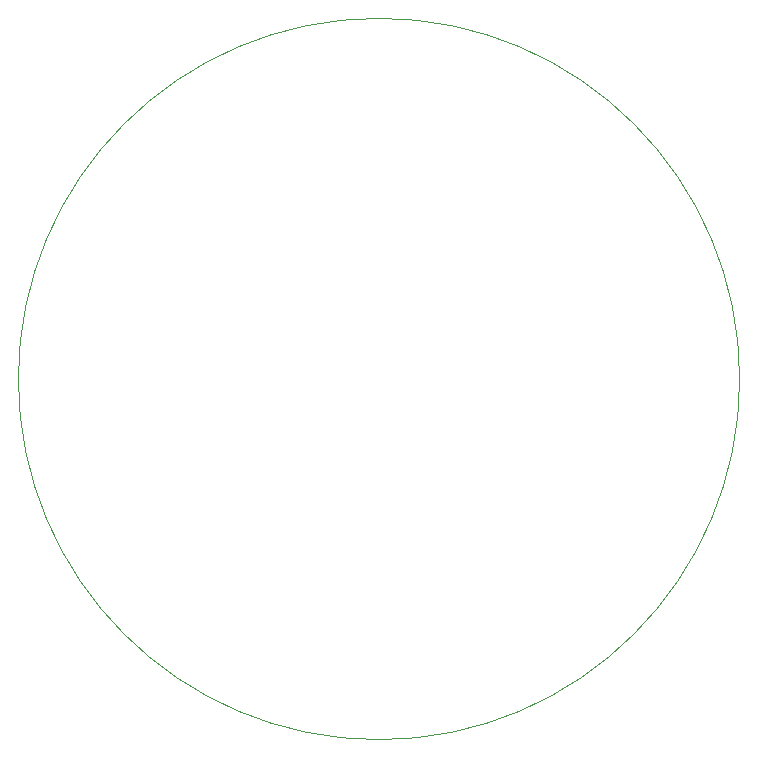
<source format=gbr>
%TF.GenerationSoftware,KiCad,Pcbnew,9.0.1*%
%TF.CreationDate,2025-06-16T09:39:09+05:30*%
%TF.ProjectId,project1,70726f6a-6563-4743-912e-6b696361645f,rev?*%
%TF.SameCoordinates,Original*%
%TF.FileFunction,Profile,NP*%
%FSLAX46Y46*%
G04 Gerber Fmt 4.6, Leading zero omitted, Abs format (unit mm)*
G04 Created by KiCad (PCBNEW 9.0.1) date 2025-06-16 09:39:09*
%MOMM*%
%LPD*%
G01*
G04 APERTURE LIST*
%TA.AperFunction,Profile*%
%ADD10C,0.050000*%
%TD*%
G04 APERTURE END LIST*
D10*
X125036000Y-74500000D02*
G75*
G02*
X63964000Y-74500000I-30536000J0D01*
G01*
X63964000Y-74500000D02*
G75*
G02*
X125036000Y-74500000I30536000J0D01*
G01*
M02*

</source>
